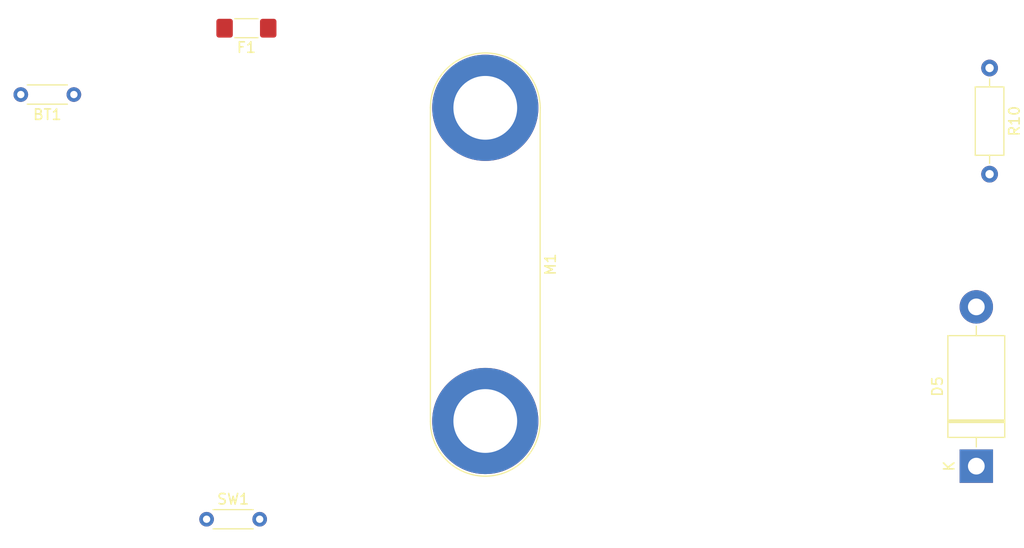
<source format=kicad_pcb>
(kicad_pcb (version 20171130) (host pcbnew "(5.1.5-0-10_14)")

  (general
    (thickness 1.6)
    (drawings 0)
    (tracks 0)
    (zones 0)
    (modules 6)
    (nets 6)
  )

  (page A4)
  (layers
    (0 F.Cu signal)
    (31 B.Cu signal)
    (32 B.Adhes user)
    (33 F.Adhes user)
    (34 B.Paste user)
    (35 F.Paste user)
    (36 B.SilkS user)
    (37 F.SilkS user)
    (38 B.Mask user)
    (39 F.Mask user)
    (40 Dwgs.User user)
    (41 Cmts.User user)
    (42 Eco1.User user)
    (43 Eco2.User user)
    (44 Edge.Cuts user)
    (45 Margin user)
    (46 B.CrtYd user)
    (47 F.CrtYd user)
    (48 B.Fab user)
    (49 F.Fab user)
  )

  (setup
    (last_trace_width 0.25)
    (trace_clearance 0.2)
    (zone_clearance 0.508)
    (zone_45_only no)
    (trace_min 0.2)
    (via_size 0.8)
    (via_drill 0.4)
    (via_min_size 0.4)
    (via_min_drill 0.3)
    (uvia_size 0.3)
    (uvia_drill 0.1)
    (uvias_allowed no)
    (uvia_min_size 0.2)
    (uvia_min_drill 0.1)
    (edge_width 0.05)
    (segment_width 0.2)
    (pcb_text_width 0.3)
    (pcb_text_size 1.5 1.5)
    (mod_edge_width 0.12)
    (mod_text_size 1 1)
    (mod_text_width 0.15)
    (pad_size 1.524 1.524)
    (pad_drill 0.762)
    (pad_to_mask_clearance 0.051)
    (solder_mask_min_width 0.25)
    (aux_axis_origin 0 0)
    (visible_elements FFFFFF7F)
    (pcbplotparams
      (layerselection 0x010fc_ffffffff)
      (usegerberextensions false)
      (usegerberattributes false)
      (usegerberadvancedattributes false)
      (creategerberjobfile false)
      (excludeedgelayer true)
      (linewidth 0.100000)
      (plotframeref false)
      (viasonmask false)
      (mode 1)
      (useauxorigin false)
      (hpglpennumber 1)
      (hpglpenspeed 20)
      (hpglpendiameter 15.000000)
      (psnegative false)
      (psa4output false)
      (plotreference true)
      (plotvalue true)
      (plotinvisibletext false)
      (padsonsilk false)
      (subtractmaskfromsilk false)
      (outputformat 1)
      (mirror false)
      (drillshape 1)
      (scaleselection 1)
      (outputdirectory ""))
  )

  (net 0 "")
  (net 1 "Net-(BT1-Pad2)")
  (net 2 "Net-(BT1-Pad1)")
  (net 3 "Net-(D5-Pad2)")
  (net 4 "Net-(D5-Pad1)")
  (net 5 "Net-(F1-Pad1)")

  (net_class Default "This is the default net class."
    (clearance 0.2)
    (trace_width 0.25)
    (via_dia 0.8)
    (via_drill 0.4)
    (uvia_dia 0.3)
    (uvia_drill 0.1)
    (add_net "Net-(BT1-Pad1)")
    (add_net "Net-(BT1-Pad2)")
    (add_net "Net-(D5-Pad1)")
    (add_net "Net-(D5-Pad2)")
    (add_net "Net-(F1-Pad1)")
  )

  (module Resistor_THT:R_Axial_DIN0204_L3.6mm_D1.6mm_P5.08mm_Horizontal (layer F.Cu) (tedit 5AE5139B) (tstamp 6209CB89)
    (at 130.81 106.68)
    (descr "Resistor, Axial_DIN0204 series, Axial, Horizontal, pin pitch=5.08mm, 0.167W, length*diameter=3.6*1.6mm^2, http://cdn-reichelt.de/documents/datenblatt/B400/1_4W%23YAG.pdf")
    (tags "Resistor Axial_DIN0204 series Axial Horizontal pin pitch 5.08mm 0.167W length 3.6mm diameter 1.6mm")
    (path /620AF7C3)
    (fp_text reference SW1 (at 2.54 -1.92) (layer F.SilkS)
      (effects (font (size 1 1) (thickness 0.15)))
    )
    (fp_text value SW_DIP_x01 (at 2.54 1.92) (layer F.Fab)
      (effects (font (size 1 1) (thickness 0.15)))
    )
    (fp_text user %R (at 2.54 0) (layer F.Fab)
      (effects (font (size 0.72 0.72) (thickness 0.108)))
    )
    (fp_line (start 6.03 -1.05) (end -0.95 -1.05) (layer F.CrtYd) (width 0.05))
    (fp_line (start 6.03 1.05) (end 6.03 -1.05) (layer F.CrtYd) (width 0.05))
    (fp_line (start -0.95 1.05) (end 6.03 1.05) (layer F.CrtYd) (width 0.05))
    (fp_line (start -0.95 -1.05) (end -0.95 1.05) (layer F.CrtYd) (width 0.05))
    (fp_line (start 0.62 0.92) (end 4.46 0.92) (layer F.SilkS) (width 0.12))
    (fp_line (start 0.62 -0.92) (end 4.46 -0.92) (layer F.SilkS) (width 0.12))
    (fp_line (start 5.08 0) (end 4.34 0) (layer F.Fab) (width 0.1))
    (fp_line (start 0 0) (end 0.74 0) (layer F.Fab) (width 0.1))
    (fp_line (start 4.34 -0.8) (end 0.74 -0.8) (layer F.Fab) (width 0.1))
    (fp_line (start 4.34 0.8) (end 4.34 -0.8) (layer F.Fab) (width 0.1))
    (fp_line (start 0.74 0.8) (end 4.34 0.8) (layer F.Fab) (width 0.1))
    (fp_line (start 0.74 -0.8) (end 0.74 0.8) (layer F.Fab) (width 0.1))
    (pad 2 thru_hole oval (at 5.08 0) (size 1.4 1.4) (drill 0.7) (layers *.Cu *.Mask)
      (net 4 "Net-(D5-Pad1)"))
    (pad 1 thru_hole circle (at 0 0) (size 1.4 1.4) (drill 0.7) (layers *.Cu *.Mask)
      (net 1 "Net-(BT1-Pad2)"))
    (model ${KISYS3DMOD}/Resistor_THT.3dshapes/R_Axial_DIN0204_L3.6mm_D1.6mm_P5.08mm_Horizontal.wrl
      (at (xyz 0 0 0))
      (scale (xyz 1 1 1))
      (rotate (xyz 0 0 0))
    )
  )

  (module Resistor_THT:R_Axial_DIN0207_L6.3mm_D2.5mm_P10.16mm_Horizontal (layer F.Cu) (tedit 5AE5139B) (tstamp 6209CB76)
    (at 205.74 63.5 270)
    (descr "Resistor, Axial_DIN0207 series, Axial, Horizontal, pin pitch=10.16mm, 0.25W = 1/4W, length*diameter=6.3*2.5mm^2, http://cdn-reichelt.de/documents/datenblatt/B400/1_4W%23YAG.pdf")
    (tags "Resistor Axial_DIN0207 series Axial Horizontal pin pitch 10.16mm 0.25W = 1/4W length 6.3mm diameter 2.5mm")
    (path /6196B1BC)
    (fp_text reference R10 (at 5.08 -2.37 90) (layer F.SilkS)
      (effects (font (size 1 1) (thickness 0.15)))
    )
    (fp_text value 2.2kΩ (at 5.08 2.37 90) (layer F.Fab)
      (effects (font (size 1 1) (thickness 0.15)))
    )
    (fp_text user %R (at 5.08 0 90) (layer F.Fab)
      (effects (font (size 1 1) (thickness 0.15)))
    )
    (fp_line (start 11.21 -1.5) (end -1.05 -1.5) (layer F.CrtYd) (width 0.05))
    (fp_line (start 11.21 1.5) (end 11.21 -1.5) (layer F.CrtYd) (width 0.05))
    (fp_line (start -1.05 1.5) (end 11.21 1.5) (layer F.CrtYd) (width 0.05))
    (fp_line (start -1.05 -1.5) (end -1.05 1.5) (layer F.CrtYd) (width 0.05))
    (fp_line (start 9.12 0) (end 8.35 0) (layer F.SilkS) (width 0.12))
    (fp_line (start 1.04 0) (end 1.81 0) (layer F.SilkS) (width 0.12))
    (fp_line (start 8.35 -1.37) (end 1.81 -1.37) (layer F.SilkS) (width 0.12))
    (fp_line (start 8.35 1.37) (end 8.35 -1.37) (layer F.SilkS) (width 0.12))
    (fp_line (start 1.81 1.37) (end 8.35 1.37) (layer F.SilkS) (width 0.12))
    (fp_line (start 1.81 -1.37) (end 1.81 1.37) (layer F.SilkS) (width 0.12))
    (fp_line (start 10.16 0) (end 8.23 0) (layer F.Fab) (width 0.1))
    (fp_line (start 0 0) (end 1.93 0) (layer F.Fab) (width 0.1))
    (fp_line (start 8.23 -1.25) (end 1.93 -1.25) (layer F.Fab) (width 0.1))
    (fp_line (start 8.23 1.25) (end 8.23 -1.25) (layer F.Fab) (width 0.1))
    (fp_line (start 1.93 1.25) (end 8.23 1.25) (layer F.Fab) (width 0.1))
    (fp_line (start 1.93 -1.25) (end 1.93 1.25) (layer F.Fab) (width 0.1))
    (pad 2 thru_hole oval (at 10.16 0 270) (size 1.6 1.6) (drill 0.8) (layers *.Cu *.Mask)
      (net 3 "Net-(D5-Pad2)"))
    (pad 1 thru_hole circle (at 0 0 270) (size 1.6 1.6) (drill 0.8) (layers *.Cu *.Mask)
      (net 5 "Net-(F1-Pad1)"))
    (model ${KISYS3DMOD}/Resistor_THT.3dshapes/R_Axial_DIN0207_L6.3mm_D2.5mm_P10.16mm_Horizontal.wrl
      (at (xyz 0 0 0))
      (scale (xyz 1 1 1))
      (rotate (xyz 0 0 0))
    )
  )

  (module Connector:Banana_Jack_2Pin (layer F.Cu) (tedit 5A1AB217) (tstamp 6209CB5F)
    (at 157.48 67.31 270)
    (descr "Dual banana socket, footprint - 2 x 6mm drills")
    (tags "banana socket")
    (path /6196066A)
    (fp_text reference M1 (at 14.985 -6.24 90) (layer F.SilkS)
      (effects (font (size 1 1) (thickness 0.15)))
    )
    (fp_text value Motor_DC (at 14.985 6.29 90) (layer F.Fab)
      (effects (font (size 1 1) (thickness 0.15)))
    )
    (fp_arc (start 0 0) (end 0 5.25) (angle 180) (layer F.SilkS) (width 0.12))
    (fp_arc (start 30 0) (end 30 -5.25) (angle 180) (layer F.SilkS) (width 0.12))
    (fp_arc (start 30 0) (end 30 -5.5) (angle 180) (layer F.CrtYd) (width 0.05))
    (fp_arc (start 0 0) (end 0 5.5) (angle 180) (layer F.CrtYd) (width 0.05))
    (fp_circle (center 30 0) (end 34.75 0) (layer F.Fab) (width 0.1))
    (fp_circle (center 0 0) (end 4.75 0) (layer F.Fab) (width 0.1))
    (fp_circle (center 0 0) (end 2 0) (layer F.Fab) (width 0.1))
    (fp_circle (center 30 0) (end 32 0) (layer F.Fab) (width 0.1))
    (fp_line (start 30 -5.25) (end 0 -5.25) (layer F.SilkS) (width 0.12))
    (fp_line (start 0 5.25) (end 30 5.25) (layer F.SilkS) (width 0.12))
    (fp_line (start 0 5.5) (end 30 5.5) (layer F.CrtYd) (width 0.05))
    (fp_line (start 30 -5.5) (end 0 -5.5) (layer F.CrtYd) (width 0.05))
    (fp_text user %R (at 14.985 0 90) (layer F.Fab)
      (effects (font (size 1 1) (thickness 0.15)))
    )
    (pad 2 thru_hole circle (at 29.97 0 270) (size 10.16 10.16) (drill 6.1) (layers *.Cu *.Mask)
      (net 4 "Net-(D5-Pad1)"))
    (pad 1 thru_hole circle (at 0 0 270) (size 10.16 10.16) (drill 6.1) (layers *.Cu *.Mask)
      (net 5 "Net-(F1-Pad1)"))
    (model ${KISYS3DMOD}/Connector.3dshapes/Banana_Jack_2Pin.wrl
      (offset (xyz 14.98599977493286 0 0))
      (scale (xyz 2 2 2))
      (rotate (xyz 0 0 0))
    )
  )

  (module Fuse:Fuse_1806_4516Metric_Pad1.57x1.80mm_HandSolder (layer F.Cu) (tedit 5B301BBE) (tstamp 6209CB4C)
    (at 134.62 59.69 180)
    (descr "Fuse SMD 1806 (4516 Metric), square (rectangular) end terminal, IPC_7351 nominal with elongated pad for handsoldering. (Body size source: https://www.modelithics.com/models/Vendor/MuRata/BLM41P.pdf), generated with kicad-footprint-generator")
    (tags "resistor handsolder")
    (path /61964673)
    (attr smd)
    (fp_text reference F1 (at 0 -1.85) (layer F.SilkS)
      (effects (font (size 1 1) (thickness 0.15)))
    )
    (fp_text value Fuse (at 0 1.85) (layer F.Fab)
      (effects (font (size 1 1) (thickness 0.15)))
    )
    (fp_text user %R (at 0 0) (layer F.Fab)
      (effects (font (size 1 1) (thickness 0.15)))
    )
    (fp_line (start 3.12 1.15) (end -3.12 1.15) (layer F.CrtYd) (width 0.05))
    (fp_line (start 3.12 -1.15) (end 3.12 1.15) (layer F.CrtYd) (width 0.05))
    (fp_line (start -3.12 -1.15) (end 3.12 -1.15) (layer F.CrtYd) (width 0.05))
    (fp_line (start -3.12 1.15) (end -3.12 -1.15) (layer F.CrtYd) (width 0.05))
    (fp_line (start -1.111252 0.91) (end 1.111252 0.91) (layer F.SilkS) (width 0.12))
    (fp_line (start -1.111252 -0.91) (end 1.111252 -0.91) (layer F.SilkS) (width 0.12))
    (fp_line (start 2.25 0.8) (end -2.25 0.8) (layer F.Fab) (width 0.1))
    (fp_line (start 2.25 -0.8) (end 2.25 0.8) (layer F.Fab) (width 0.1))
    (fp_line (start -2.25 -0.8) (end 2.25 -0.8) (layer F.Fab) (width 0.1))
    (fp_line (start -2.25 0.8) (end -2.25 -0.8) (layer F.Fab) (width 0.1))
    (pad 2 smd roundrect (at 2.0875 0 180) (size 1.575 1.8) (layers F.Cu F.Paste F.Mask) (roundrect_rratio 0.15873)
      (net 2 "Net-(BT1-Pad1)"))
    (pad 1 smd roundrect (at -2.0875 0 180) (size 1.575 1.8) (layers F.Cu F.Paste F.Mask) (roundrect_rratio 0.15873)
      (net 5 "Net-(F1-Pad1)"))
    (model ${KISYS3DMOD}/Fuse.3dshapes/Fuse_1806_4516Metric.wrl
      (at (xyz 0 0 0))
      (scale (xyz 1 1 1))
      (rotate (xyz 0 0 0))
    )
  )

  (module Diode_THT:D_DO-201AD_P15.24mm_Horizontal (layer F.Cu) (tedit 5AE50CD5) (tstamp 6209CB3B)
    (at 204.47 101.6 90)
    (descr "Diode, DO-201AD series, Axial, Horizontal, pin pitch=15.24mm, , length*diameter=9.5*5.2mm^2, , http://www.diodes.com/_files/packages/DO-201AD.pdf")
    (tags "Diode DO-201AD series Axial Horizontal pin pitch 15.24mm  length 9.5mm diameter 5.2mm")
    (path /6196E4FC)
    (fp_text reference D5 (at 7.62 -3.72 90) (layer F.SilkS)
      (effects (font (size 1 1) (thickness 0.15)))
    )
    (fp_text value LED (at 7.62 3.72 90) (layer F.Fab)
      (effects (font (size 1 1) (thickness 0.15)))
    )
    (fp_text user K (at 0 -2.6 90) (layer F.SilkS)
      (effects (font (size 1 1) (thickness 0.15)))
    )
    (fp_text user K (at 0 -2.6 90) (layer F.Fab)
      (effects (font (size 1 1) (thickness 0.15)))
    )
    (fp_text user %R (at 8.3325 0 90) (layer F.Fab)
      (effects (font (size 1 1) (thickness 0.15)))
    )
    (fp_line (start 17.09 -2.85) (end -1.85 -2.85) (layer F.CrtYd) (width 0.05))
    (fp_line (start 17.09 2.85) (end 17.09 -2.85) (layer F.CrtYd) (width 0.05))
    (fp_line (start -1.85 2.85) (end 17.09 2.85) (layer F.CrtYd) (width 0.05))
    (fp_line (start -1.85 -2.85) (end -1.85 2.85) (layer F.CrtYd) (width 0.05))
    (fp_line (start 4.175 -2.72) (end 4.175 2.72) (layer F.SilkS) (width 0.12))
    (fp_line (start 4.415 -2.72) (end 4.415 2.72) (layer F.SilkS) (width 0.12))
    (fp_line (start 4.295 -2.72) (end 4.295 2.72) (layer F.SilkS) (width 0.12))
    (fp_line (start 13.4 0) (end 12.49 0) (layer F.SilkS) (width 0.12))
    (fp_line (start 1.84 0) (end 2.75 0) (layer F.SilkS) (width 0.12))
    (fp_line (start 12.49 -2.72) (end 2.75 -2.72) (layer F.SilkS) (width 0.12))
    (fp_line (start 12.49 2.72) (end 12.49 -2.72) (layer F.SilkS) (width 0.12))
    (fp_line (start 2.75 2.72) (end 12.49 2.72) (layer F.SilkS) (width 0.12))
    (fp_line (start 2.75 -2.72) (end 2.75 2.72) (layer F.SilkS) (width 0.12))
    (fp_line (start 4.195 -2.6) (end 4.195 2.6) (layer F.Fab) (width 0.1))
    (fp_line (start 4.395 -2.6) (end 4.395 2.6) (layer F.Fab) (width 0.1))
    (fp_line (start 4.295 -2.6) (end 4.295 2.6) (layer F.Fab) (width 0.1))
    (fp_line (start 15.24 0) (end 12.37 0) (layer F.Fab) (width 0.1))
    (fp_line (start 0 0) (end 2.87 0) (layer F.Fab) (width 0.1))
    (fp_line (start 12.37 -2.6) (end 2.87 -2.6) (layer F.Fab) (width 0.1))
    (fp_line (start 12.37 2.6) (end 12.37 -2.6) (layer F.Fab) (width 0.1))
    (fp_line (start 2.87 2.6) (end 12.37 2.6) (layer F.Fab) (width 0.1))
    (fp_line (start 2.87 -2.6) (end 2.87 2.6) (layer F.Fab) (width 0.1))
    (pad 2 thru_hole oval (at 15.24 0 90) (size 3.2 3.2) (drill 1.6) (layers *.Cu *.Mask)
      (net 3 "Net-(D5-Pad2)"))
    (pad 1 thru_hole rect (at 0 0 90) (size 3.2 3.2) (drill 1.6) (layers *.Cu *.Mask)
      (net 4 "Net-(D5-Pad1)"))
    (model ${KISYS3DMOD}/Diode_THT.3dshapes/D_DO-201AD_P15.24mm_Horizontal.wrl
      (at (xyz 0 0 0))
      (scale (xyz 1 1 1))
      (rotate (xyz 0 0 0))
    )
  )

  (module Resistor_THT:R_Axial_DIN0204_L3.6mm_D1.6mm_P5.08mm_Horizontal (layer F.Cu) (tedit 5AE5139B) (tstamp 6209CB1C)
    (at 118.11 66.04 180)
    (descr "Resistor, Axial_DIN0204 series, Axial, Horizontal, pin pitch=5.08mm, 0.167W, length*diameter=3.6*1.6mm^2, http://cdn-reichelt.de/documents/datenblatt/B400/1_4W%23YAG.pdf")
    (tags "Resistor Axial_DIN0204 series Axial Horizontal pin pitch 5.08mm 0.167W length 3.6mm diameter 1.6mm")
    (path /61963284)
    (fp_text reference BT1 (at 2.54 -1.92) (layer F.SilkS)
      (effects (font (size 1 1) (thickness 0.15)))
    )
    (fp_text value "Battery 12V" (at 2.54 1.92) (layer F.Fab)
      (effects (font (size 1 1) (thickness 0.15)))
    )
    (fp_text user %R (at 2.54 0) (layer F.Fab)
      (effects (font (size 0.72 0.72) (thickness 0.108)))
    )
    (fp_line (start 6.03 -1.05) (end -0.95 -1.05) (layer F.CrtYd) (width 0.05))
    (fp_line (start 6.03 1.05) (end 6.03 -1.05) (layer F.CrtYd) (width 0.05))
    (fp_line (start -0.95 1.05) (end 6.03 1.05) (layer F.CrtYd) (width 0.05))
    (fp_line (start -0.95 -1.05) (end -0.95 1.05) (layer F.CrtYd) (width 0.05))
    (fp_line (start 0.62 0.92) (end 4.46 0.92) (layer F.SilkS) (width 0.12))
    (fp_line (start 0.62 -0.92) (end 4.46 -0.92) (layer F.SilkS) (width 0.12))
    (fp_line (start 5.08 0) (end 4.34 0) (layer F.Fab) (width 0.1))
    (fp_line (start 0 0) (end 0.74 0) (layer F.Fab) (width 0.1))
    (fp_line (start 4.34 -0.8) (end 0.74 -0.8) (layer F.Fab) (width 0.1))
    (fp_line (start 4.34 0.8) (end 4.34 -0.8) (layer F.Fab) (width 0.1))
    (fp_line (start 0.74 0.8) (end 4.34 0.8) (layer F.Fab) (width 0.1))
    (fp_line (start 0.74 -0.8) (end 0.74 0.8) (layer F.Fab) (width 0.1))
    (pad 2 thru_hole oval (at 5.08 0 180) (size 1.4 1.4) (drill 0.7) (layers *.Cu *.Mask)
      (net 1 "Net-(BT1-Pad2)"))
    (pad 1 thru_hole circle (at 0 0 180) (size 1.4 1.4) (drill 0.7) (layers *.Cu *.Mask)
      (net 2 "Net-(BT1-Pad1)"))
    (model ${KISYS3DMOD}/Resistor_THT.3dshapes/R_Axial_DIN0204_L3.6mm_D1.6mm_P5.08mm_Horizontal.wrl
      (at (xyz 0 0 0))
      (scale (xyz 1 1 1))
      (rotate (xyz 0 0 0))
    )
  )

)

</source>
